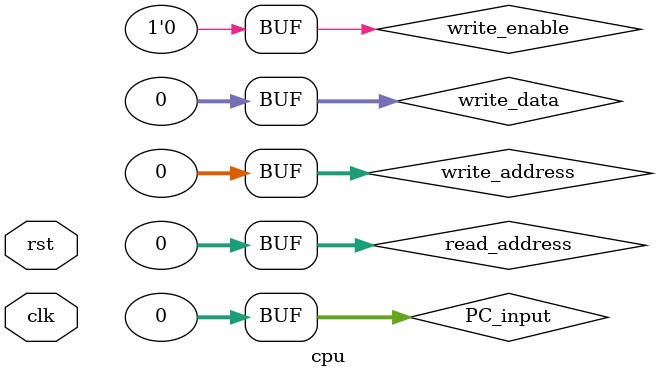
<source format=v>
module cpu(input clk,
           input rst

           // Debug info probes
`ifdef DEBUG_ON
           , output [31:0] PC_value
`endif
           );

   wire [31:0] read_address;
   /* verilator lint_off UNUSED */
   wire [31:0] read_data;
   wire [31:0] write_address;
   wire [31:0] write_data;
   wire write_enable;

   wire [31:0] PC_input;
   wire [31:0] PC_output;

   // Dummy
   assign PC_input = 32'h0;
   assign PC_value = PC_output;
   

   reg_async_reset #(.width(32)) PC(.clk(clk),
                                    .rst(rst),
                                    .D(PC_input),
                                    .Q(PC_output));
   
   
   
   main_memory #(.depth(1)) main_mem(.read_address(read_address),
                                     .read_data(read_data),
                                     .write_address(write_address),
                                     .write_data(write_data),
                                     .write_enable(write_enable),
                                     .clk(clk));

   // Dummy assigns
   assign read_address = 32'h0;
   assign write_address = 32'h0;
   assign write_data = 32'h0;
   assign write_enable = 1'h0;
   
   
endmodule

</source>
